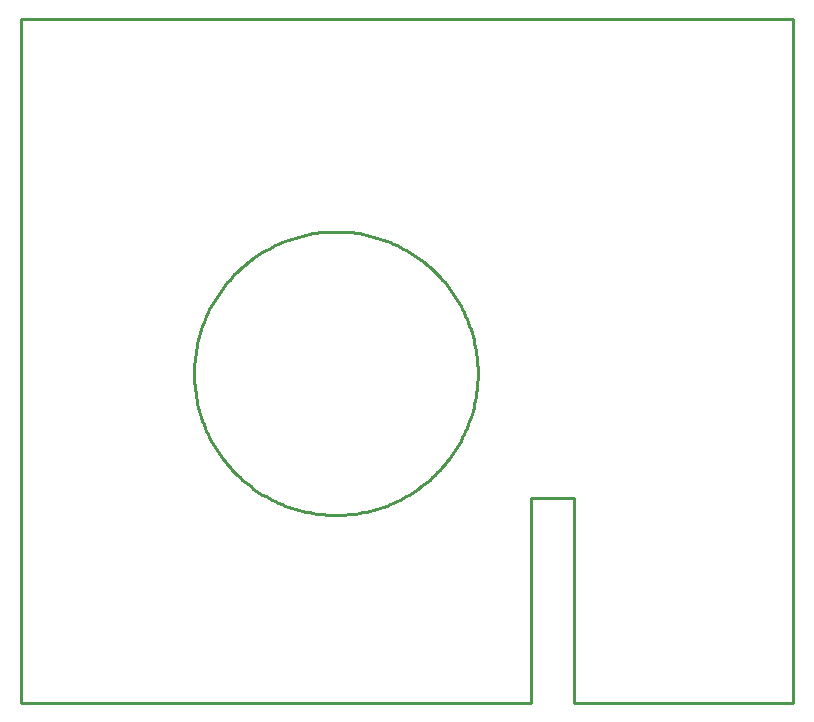
<source format=gbr>
G04 EAGLE Gerber RS-274X export*
G75*
%MOMM*%
%FSLAX34Y34*%
%LPD*%
%IN*%
%IPPOS*%
%AMOC8*
5,1,8,0,0,1.08239X$1,22.5*%
G01*
%ADD10C,0.254000*%


D10*
X0Y0D02*
X431600Y0D01*
X431600Y139500D01*
X431800Y173990D01*
X468630Y173990D01*
X468630Y0D01*
X654050Y0D01*
X654050Y579630D01*
X0Y579630D01*
X0Y0D01*
X386700Y277880D02*
X386700Y280920D01*
X386623Y283960D01*
X386469Y286996D01*
X386238Y290028D01*
X385931Y293053D01*
X385546Y296069D01*
X385086Y299074D01*
X384550Y302067D01*
X383938Y305045D01*
X383250Y308007D01*
X382488Y310950D01*
X381652Y313873D01*
X380742Y316774D01*
X379758Y319651D01*
X378702Y322502D01*
X377574Y325326D01*
X376375Y328120D01*
X375106Y330882D01*
X373767Y333612D01*
X372359Y336307D01*
X370884Y338965D01*
X369341Y341586D01*
X367733Y344166D01*
X366060Y346704D01*
X364323Y349200D01*
X362524Y351651D01*
X360663Y354055D01*
X358741Y356411D01*
X356761Y358718D01*
X354723Y360974D01*
X352628Y363178D01*
X350478Y365328D01*
X348274Y367423D01*
X346018Y369461D01*
X343711Y371441D01*
X341355Y373363D01*
X338951Y375224D01*
X336500Y377023D01*
X334004Y378760D01*
X331466Y380433D01*
X328886Y382041D01*
X326265Y383584D01*
X323607Y385059D01*
X320912Y386467D01*
X318182Y387806D01*
X315420Y389075D01*
X312626Y390274D01*
X309802Y391402D01*
X306951Y392458D01*
X304074Y393442D01*
X301173Y394352D01*
X298250Y395188D01*
X295307Y395950D01*
X292345Y396638D01*
X289367Y397250D01*
X286374Y397786D01*
X283369Y398246D01*
X280353Y398631D01*
X277328Y398938D01*
X274296Y399169D01*
X271260Y399323D01*
X268220Y399400D01*
X265180Y399400D01*
X262140Y399323D01*
X259104Y399169D01*
X256072Y398938D01*
X253047Y398631D01*
X250031Y398246D01*
X247026Y397786D01*
X244033Y397250D01*
X241055Y396638D01*
X238093Y395950D01*
X235150Y395188D01*
X232227Y394352D01*
X229326Y393442D01*
X226449Y392458D01*
X223598Y391402D01*
X220774Y390274D01*
X217980Y389075D01*
X215218Y387806D01*
X212488Y386467D01*
X209793Y385059D01*
X207135Y383584D01*
X204514Y382041D01*
X201934Y380433D01*
X199396Y378760D01*
X196900Y377023D01*
X194449Y375224D01*
X192045Y373363D01*
X189689Y371441D01*
X187382Y369461D01*
X185126Y367423D01*
X182922Y365328D01*
X180772Y363178D01*
X178678Y360974D01*
X176639Y358718D01*
X174659Y356411D01*
X172737Y354055D01*
X170876Y351651D01*
X169077Y349200D01*
X167340Y346704D01*
X165667Y344166D01*
X164059Y341586D01*
X162516Y338965D01*
X161041Y336307D01*
X159633Y333612D01*
X158294Y330882D01*
X157025Y328120D01*
X155826Y325326D01*
X154698Y322502D01*
X153642Y319651D01*
X152658Y316774D01*
X151748Y313873D01*
X150912Y310950D01*
X150150Y308007D01*
X149462Y305045D01*
X148850Y302067D01*
X148314Y299074D01*
X147854Y296069D01*
X147469Y293053D01*
X147162Y290028D01*
X146931Y286996D01*
X146777Y283960D01*
X146700Y280920D01*
X146700Y277880D01*
X146777Y274840D01*
X146931Y271804D01*
X147162Y268772D01*
X147469Y265747D01*
X147854Y262731D01*
X148314Y259726D01*
X148850Y256733D01*
X149462Y253755D01*
X150150Y250793D01*
X150912Y247850D01*
X151748Y244927D01*
X152658Y242026D01*
X153642Y239149D01*
X154698Y236298D01*
X155826Y233474D01*
X157025Y230680D01*
X158294Y227918D01*
X159633Y225188D01*
X161041Y222493D01*
X162516Y219835D01*
X164059Y217214D01*
X165667Y214634D01*
X167340Y212096D01*
X169077Y209600D01*
X170876Y207149D01*
X172737Y204745D01*
X174659Y202389D01*
X176639Y200082D01*
X178678Y197826D01*
X180772Y195622D01*
X182922Y193472D01*
X185126Y191378D01*
X187382Y189339D01*
X189689Y187359D01*
X192045Y185437D01*
X194449Y183576D01*
X196900Y181777D01*
X199396Y180040D01*
X201934Y178367D01*
X204514Y176759D01*
X207135Y175216D01*
X209793Y173741D01*
X212488Y172333D01*
X215218Y170994D01*
X217980Y169725D01*
X220774Y168526D01*
X223598Y167398D01*
X226449Y166342D01*
X229326Y165358D01*
X232227Y164448D01*
X235150Y163612D01*
X238093Y162850D01*
X241055Y162162D01*
X244033Y161550D01*
X247026Y161014D01*
X250031Y160554D01*
X253047Y160169D01*
X256072Y159862D01*
X259104Y159631D01*
X262140Y159477D01*
X265180Y159400D01*
X268220Y159400D01*
X271260Y159477D01*
X274296Y159631D01*
X277328Y159862D01*
X280353Y160169D01*
X283369Y160554D01*
X286374Y161014D01*
X289367Y161550D01*
X292345Y162162D01*
X295307Y162850D01*
X298250Y163612D01*
X301173Y164448D01*
X304074Y165358D01*
X306951Y166342D01*
X309802Y167398D01*
X312626Y168526D01*
X315420Y169725D01*
X318182Y170994D01*
X320912Y172333D01*
X323607Y173741D01*
X326265Y175216D01*
X328886Y176759D01*
X331466Y178367D01*
X334004Y180040D01*
X336500Y181777D01*
X338951Y183576D01*
X341355Y185437D01*
X343711Y187359D01*
X346018Y189339D01*
X348274Y191378D01*
X350478Y193472D01*
X352628Y195622D01*
X354723Y197826D01*
X356761Y200082D01*
X358741Y202389D01*
X360663Y204745D01*
X362524Y207149D01*
X364323Y209600D01*
X366060Y212096D01*
X367733Y214634D01*
X369341Y217214D01*
X370884Y219835D01*
X372359Y222493D01*
X373767Y225188D01*
X375106Y227918D01*
X376375Y230680D01*
X377574Y233474D01*
X378702Y236298D01*
X379758Y239149D01*
X380742Y242026D01*
X381652Y244927D01*
X382488Y247850D01*
X383250Y250793D01*
X383938Y253755D01*
X384550Y256733D01*
X385086Y259726D01*
X385546Y262731D01*
X385931Y265747D01*
X386238Y268772D01*
X386469Y271804D01*
X386623Y274840D01*
X386700Y277880D01*
M02*

</source>
